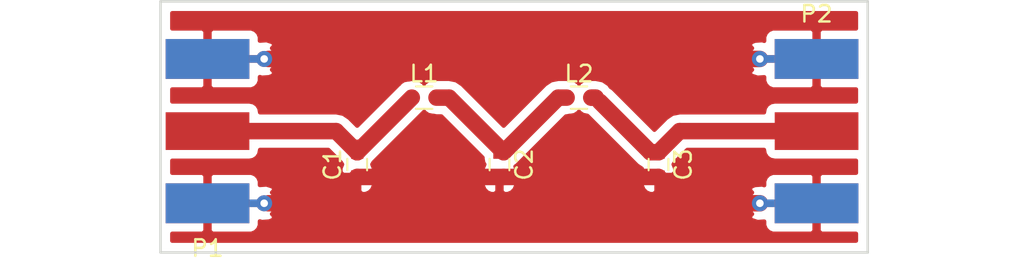
<source format=kicad_pcb>
(kicad_pcb (version 4) (host pcbnew 4.0.5)

  (general
    (links 28)
    (no_connects 9)
    (area 152.070999 104.064999 195.147001 119.455001)
    (thickness 1.6)
    (drawings 4)
    (tracks 22)
    (zones 0)
    (modules 7)
    (nets 5)
  )

  (page A4)
  (layers
    (0 F.Cu signal)
    (31 B.Cu signal)
    (32 B.Adhes user)
    (33 F.Adhes user)
    (34 B.Paste user)
    (35 F.Paste user)
    (36 B.SilkS user)
    (37 F.SilkS user)
    (38 B.Mask user)
    (39 F.Mask user)
    (40 Dwgs.User user)
    (41 Cmts.User user)
    (42 Eco1.User user)
    (43 Eco2.User user)
    (44 Edge.Cuts user)
    (45 Margin user)
    (46 B.CrtYd user)
    (47 F.CrtYd user)
    (48 B.Fab user)
    (49 F.Fab user)
  )

  (setup
    (last_trace_width 0.25)
    (user_trace_width 1)
    (trace_clearance 0.2)
    (zone_clearance 0.508)
    (zone_45_only no)
    (trace_min 0.2)
    (segment_width 0.2)
    (edge_width 0.15)
    (via_size 0.6)
    (via_drill 0.4)
    (via_min_size 0.4)
    (via_min_drill 0.3)
    (uvia_size 0.3)
    (uvia_drill 0.1)
    (uvias_allowed no)
    (uvia_min_size 0.2)
    (uvia_min_drill 0.1)
    (pcb_text_width 0.3)
    (pcb_text_size 1.5 1.5)
    (mod_edge_width 0.15)
    (mod_text_size 1 1)
    (mod_text_width 0.15)
    (pad_size 1.524 1.524)
    (pad_drill 0.762)
    (pad_to_mask_clearance 0.2)
    (aux_axis_origin 0 0)
    (visible_elements 7FFFF7FF)
    (pcbplotparams
      (layerselection 0x00030_80000001)
      (usegerberextensions false)
      (excludeedgelayer true)
      (linewidth 0.100000)
      (plotframeref false)
      (viasonmask false)
      (mode 1)
      (useauxorigin false)
      (hpglpennumber 1)
      (hpglpenspeed 20)
      (hpglpendiameter 15)
      (hpglpenoverlay 2)
      (psnegative false)
      (psa4output false)
      (plotreference true)
      (plotvalue true)
      (plotinvisibletext false)
      (padsonsilk false)
      (subtractmaskfromsilk false)
      (outputformat 1)
      (mirror false)
      (drillshape 1)
      (scaleselection 1)
      (outputdirectory ""))
  )

  (net 0 "")
  (net 1 GND)
  (net 2 "Net-(C1-Pad2)")
  (net 3 "Net-(C2-Pad1)")
  (net 4 "Net-(C3-Pad1)")

  (net_class Default "This is the default net class."
    (clearance 0.2)
    (trace_width 0.25)
    (via_dia 0.6)
    (via_drill 0.4)
    (uvia_dia 0.3)
    (uvia_drill 0.1)
    (add_net GND)
    (add_net "Net-(C1-Pad2)")
    (add_net "Net-(C2-Pad1)")
    (add_net "Net-(C3-Pad1)")
  )

  (module Capacitors_SMD:C_0603 (layer F.Cu) (tedit 58AA844E) (tstamp 58C33597)
    (at 164.084 114.046 90)
    (descr "Capacitor SMD 0603, reflow soldering, AVX (see smccp.pdf)")
    (tags "capacitor 0603")
    (path /58C2D76A)
    (attr smd)
    (fp_text reference C1 (at 0 -1.5 90) (layer F.SilkS)
      (effects (font (size 1 1) (thickness 0.15)))
    )
    (fp_text value 65.57pF (at 0 1.5 90) (layer F.Fab)
      (effects (font (size 1 1) (thickness 0.15)))
    )
    (fp_text user %R (at 0 -1.5 90) (layer F.Fab)
      (effects (font (size 1 1) (thickness 0.15)))
    )
    (fp_line (start -0.8 0.4) (end -0.8 -0.4) (layer F.Fab) (width 0.1))
    (fp_line (start 0.8 0.4) (end -0.8 0.4) (layer F.Fab) (width 0.1))
    (fp_line (start 0.8 -0.4) (end 0.8 0.4) (layer F.Fab) (width 0.1))
    (fp_line (start -0.8 -0.4) (end 0.8 -0.4) (layer F.Fab) (width 0.1))
    (fp_line (start -0.35 -0.6) (end 0.35 -0.6) (layer F.SilkS) (width 0.12))
    (fp_line (start 0.35 0.6) (end -0.35 0.6) (layer F.SilkS) (width 0.12))
    (fp_line (start -1.4 -0.65) (end 1.4 -0.65) (layer F.CrtYd) (width 0.05))
    (fp_line (start -1.4 -0.65) (end -1.4 0.65) (layer F.CrtYd) (width 0.05))
    (fp_line (start 1.4 0.65) (end 1.4 -0.65) (layer F.CrtYd) (width 0.05))
    (fp_line (start 1.4 0.65) (end -1.4 0.65) (layer F.CrtYd) (width 0.05))
    (pad 1 smd rect (at -0.75 0 90) (size 0.8 0.75) (layers F.Cu F.Paste F.Mask)
      (net 1 GND))
    (pad 2 smd rect (at 0.75 0 90) (size 0.8 0.75) (layers F.Cu F.Paste F.Mask)
      (net 2 "Net-(C1-Pad2)"))
    (model Capacitors_SMD.3dshapes/C_0603.wrl
      (at (xyz 0 0 0))
      (scale (xyz 1 1 1))
      (rotate (xyz 0 0 0))
    )
  )

  (module Capacitors_SMD:C_0603 (layer F.Cu) (tedit 58AA844E) (tstamp 58C335A8)
    (at 172.72 114.046 270)
    (descr "Capacitor SMD 0603, reflow soldering, AVX (see smccp.pdf)")
    (tags "capacitor 0603")
    (path /58C2D8EA)
    (attr smd)
    (fp_text reference C2 (at 0 -1.5 270) (layer F.SilkS)
      (effects (font (size 1 1) (thickness 0.15)))
    )
    (fp_text value 212.21pF (at 0 1.5 270) (layer F.Fab)
      (effects (font (size 1 1) (thickness 0.15)))
    )
    (fp_text user %R (at 0 -1.5 270) (layer F.Fab)
      (effects (font (size 1 1) (thickness 0.15)))
    )
    (fp_line (start -0.8 0.4) (end -0.8 -0.4) (layer F.Fab) (width 0.1))
    (fp_line (start 0.8 0.4) (end -0.8 0.4) (layer F.Fab) (width 0.1))
    (fp_line (start 0.8 -0.4) (end 0.8 0.4) (layer F.Fab) (width 0.1))
    (fp_line (start -0.8 -0.4) (end 0.8 -0.4) (layer F.Fab) (width 0.1))
    (fp_line (start -0.35 -0.6) (end 0.35 -0.6) (layer F.SilkS) (width 0.12))
    (fp_line (start 0.35 0.6) (end -0.35 0.6) (layer F.SilkS) (width 0.12))
    (fp_line (start -1.4 -0.65) (end 1.4 -0.65) (layer F.CrtYd) (width 0.05))
    (fp_line (start -1.4 -0.65) (end -1.4 0.65) (layer F.CrtYd) (width 0.05))
    (fp_line (start 1.4 0.65) (end 1.4 -0.65) (layer F.CrtYd) (width 0.05))
    (fp_line (start 1.4 0.65) (end -1.4 0.65) (layer F.CrtYd) (width 0.05))
    (pad 1 smd rect (at -0.75 0 270) (size 0.8 0.75) (layers F.Cu F.Paste F.Mask)
      (net 3 "Net-(C2-Pad1)"))
    (pad 2 smd rect (at 0.75 0 270) (size 0.8 0.75) (layers F.Cu F.Paste F.Mask)
      (net 1 GND))
    (model Capacitors_SMD.3dshapes/C_0603.wrl
      (at (xyz 0 0 0))
      (scale (xyz 1 1 1))
      (rotate (xyz 0 0 0))
    )
  )

  (module Capacitors_SMD:C_0603 (layer F.Cu) (tedit 58AA844E) (tstamp 58C335B9)
    (at 182.372 114.046 270)
    (descr "Capacitor SMD 0603, reflow soldering, AVX (see smccp.pdf)")
    (tags "capacitor 0603")
    (path /58C2D93F)
    (attr smd)
    (fp_text reference C3 (at 0 -1.5 270) (layer F.SilkS)
      (effects (font (size 1 1) (thickness 0.15)))
    )
    (fp_text value 65.57pF (at 0 1.5 270) (layer F.Fab)
      (effects (font (size 1 1) (thickness 0.15)))
    )
    (fp_text user %R (at 0 -1.5 270) (layer F.Fab)
      (effects (font (size 1 1) (thickness 0.15)))
    )
    (fp_line (start -0.8 0.4) (end -0.8 -0.4) (layer F.Fab) (width 0.1))
    (fp_line (start 0.8 0.4) (end -0.8 0.4) (layer F.Fab) (width 0.1))
    (fp_line (start 0.8 -0.4) (end 0.8 0.4) (layer F.Fab) (width 0.1))
    (fp_line (start -0.8 -0.4) (end 0.8 -0.4) (layer F.Fab) (width 0.1))
    (fp_line (start -0.35 -0.6) (end 0.35 -0.6) (layer F.SilkS) (width 0.12))
    (fp_line (start 0.35 0.6) (end -0.35 0.6) (layer F.SilkS) (width 0.12))
    (fp_line (start -1.4 -0.65) (end 1.4 -0.65) (layer F.CrtYd) (width 0.05))
    (fp_line (start -1.4 -0.65) (end -1.4 0.65) (layer F.CrtYd) (width 0.05))
    (fp_line (start 1.4 0.65) (end 1.4 -0.65) (layer F.CrtYd) (width 0.05))
    (fp_line (start 1.4 0.65) (end -1.4 0.65) (layer F.CrtYd) (width 0.05))
    (pad 1 smd rect (at -0.75 0 270) (size 0.8 0.75) (layers F.Cu F.Paste F.Mask)
      (net 4 "Net-(C3-Pad1)"))
    (pad 2 smd rect (at 0.75 0 270) (size 0.8 0.75) (layers F.Cu F.Paste F.Mask)
      (net 1 GND))
    (model Capacitors_SMD.3dshapes/C_0603.wrl
      (at (xyz 0 0 0))
      (scale (xyz 1 1 1))
      (rotate (xyz 0 0 0))
    )
  )

  (module Resistors_SMD:R_0603 (layer F.Cu) (tedit 58AAD9CA) (tstamp 58C335CA)
    (at 168.148 109.982)
    (descr "Resistor SMD 0603, reflow soldering, Vishay (see dcrcw.pdf)")
    (tags "resistor 0603")
    (path /58C2D886)
    (attr smd)
    (fp_text reference L1 (at 0 -1.45) (layer F.SilkS)
      (effects (font (size 1 1) (thickness 0.15)))
    )
    (fp_text value "0.429 uH" (at 0 1.5) (layer F.Fab)
      (effects (font (size 1 1) (thickness 0.15)))
    )
    (fp_text user %R (at 0 -1.45) (layer F.Fab)
      (effects (font (size 1 1) (thickness 0.15)))
    )
    (fp_line (start -0.8 0.4) (end -0.8 -0.4) (layer F.Fab) (width 0.1))
    (fp_line (start 0.8 0.4) (end -0.8 0.4) (layer F.Fab) (width 0.1))
    (fp_line (start 0.8 -0.4) (end 0.8 0.4) (layer F.Fab) (width 0.1))
    (fp_line (start -0.8 -0.4) (end 0.8 -0.4) (layer F.Fab) (width 0.1))
    (fp_line (start 0.5 0.68) (end -0.5 0.68) (layer F.SilkS) (width 0.12))
    (fp_line (start -0.5 -0.68) (end 0.5 -0.68) (layer F.SilkS) (width 0.12))
    (fp_line (start -1.25 -0.7) (end 1.25 -0.7) (layer F.CrtYd) (width 0.05))
    (fp_line (start -1.25 -0.7) (end -1.25 0.7) (layer F.CrtYd) (width 0.05))
    (fp_line (start 1.25 0.7) (end 1.25 -0.7) (layer F.CrtYd) (width 0.05))
    (fp_line (start 1.25 0.7) (end -1.25 0.7) (layer F.CrtYd) (width 0.05))
    (pad 1 smd rect (at -0.75 0) (size 0.5 0.9) (layers F.Cu F.Paste F.Mask)
      (net 2 "Net-(C1-Pad2)"))
    (pad 2 smd rect (at 0.75 0) (size 0.5 0.9) (layers F.Cu F.Paste F.Mask)
      (net 3 "Net-(C2-Pad1)"))
    (model Resistors_SMD.3dshapes/R_0603.wrl
      (at (xyz 0 0 0))
      (scale (xyz 1 1 1))
      (rotate (xyz 0 0 0))
    )
  )

  (module Resistors_SMD:R_0603 (layer F.Cu) (tedit 58AAD9CA) (tstamp 58C335DB)
    (at 177.546 109.982)
    (descr "Resistor SMD 0603, reflow soldering, Vishay (see dcrcw.pdf)")
    (tags "resistor 0603")
    (path /58C2D90E)
    (attr smd)
    (fp_text reference L2 (at 0 -1.45) (layer F.SilkS)
      (effects (font (size 1 1) (thickness 0.15)))
    )
    (fp_text value "0.429 uH" (at 0 1.5) (layer F.Fab)
      (effects (font (size 1 1) (thickness 0.15)))
    )
    (fp_text user %R (at 0 -1.45) (layer F.Fab)
      (effects (font (size 1 1) (thickness 0.15)))
    )
    (fp_line (start -0.8 0.4) (end -0.8 -0.4) (layer F.Fab) (width 0.1))
    (fp_line (start 0.8 0.4) (end -0.8 0.4) (layer F.Fab) (width 0.1))
    (fp_line (start 0.8 -0.4) (end 0.8 0.4) (layer F.Fab) (width 0.1))
    (fp_line (start -0.8 -0.4) (end 0.8 -0.4) (layer F.Fab) (width 0.1))
    (fp_line (start 0.5 0.68) (end -0.5 0.68) (layer F.SilkS) (width 0.12))
    (fp_line (start -0.5 -0.68) (end 0.5 -0.68) (layer F.SilkS) (width 0.12))
    (fp_line (start -1.25 -0.7) (end 1.25 -0.7) (layer F.CrtYd) (width 0.05))
    (fp_line (start -1.25 -0.7) (end -1.25 0.7) (layer F.CrtYd) (width 0.05))
    (fp_line (start 1.25 0.7) (end 1.25 -0.7) (layer F.CrtYd) (width 0.05))
    (fp_line (start 1.25 0.7) (end -1.25 0.7) (layer F.CrtYd) (width 0.05))
    (pad 1 smd rect (at -0.75 0) (size 0.5 0.9) (layers F.Cu F.Paste F.Mask)
      (net 3 "Net-(C2-Pad1)"))
    (pad 2 smd rect (at 0.75 0) (size 0.5 0.9) (layers F.Cu F.Paste F.Mask)
      (net 4 "Net-(C3-Pad1)"))
    (model Resistors_SMD.3dshapes/R_0603.wrl
      (at (xyz 0 0 0))
      (scale (xyz 1 1 1))
      (rotate (xyz 0 0 0))
    )
  )

  (module Connectors_Molex:Molex_SMA_Jack_Edge_Mount (layer F.Cu) (tedit 587D2992) (tstamp 58C33600)
    (at 156.718 112.014)
    (descr "Molex SMA Jack, Edge Mount, http://www.molex.com/pdm_docs/sd/732511150_sd.pdf")
    (tags "sma edge")
    (path /58C80B25)
    (attr smd)
    (fp_text reference P1 (at -1.72 7.11) (layer F.SilkS)
      (effects (font (size 1 1) (thickness 0.15)))
    )
    (fp_text value BNC (at -1.72 -7.11) (layer F.Fab)
      (effects (font (size 1 1) (thickness 0.15)))
    )
    (fp_line (start -4.76 -0.38) (end 0.49 -0.38) (layer F.Fab) (width 0.1))
    (fp_line (start -4.76 0.38) (end 0.49 0.38) (layer F.Fab) (width 0.1))
    (fp_line (start 0.49 -0.38) (end 0.49 0.38) (layer F.Fab) (width 0.1))
    (fp_line (start 0.49 3.75) (end 0.49 4.76) (layer F.Fab) (width 0.1))
    (fp_line (start 0.49 -4.76) (end 0.49 -3.75) (layer F.Fab) (width 0.1))
    (fp_line (start -14.29 -6.09) (end -14.29 6.09) (layer F.CrtYd) (width 0.05))
    (fp_line (start -14.29 6.09) (end 2.71 6.09) (layer F.CrtYd) (width 0.05))
    (fp_line (start 2.71 -6.09) (end 2.71 6.09) (layer B.CrtYd) (width 0.05))
    (fp_line (start -14.29 -6.09) (end 2.71 -6.09) (layer B.CrtYd) (width 0.05))
    (fp_line (start -14.29 -6.09) (end -14.29 6.09) (layer B.CrtYd) (width 0.05))
    (fp_line (start -14.29 6.09) (end 2.71 6.09) (layer B.CrtYd) (width 0.05))
    (fp_line (start 2.71 -6.09) (end 2.71 6.09) (layer F.CrtYd) (width 0.05))
    (fp_line (start 2.71 -6.09) (end -14.29 -6.09) (layer F.CrtYd) (width 0.05))
    (fp_line (start -4.76 -3.75) (end 0.49 -3.75) (layer F.Fab) (width 0.1))
    (fp_line (start -4.76 3.75) (end 0.49 3.75) (layer F.Fab) (width 0.1))
    (fp_line (start -13.79 -2.65) (end -5.91 -2.65) (layer F.Fab) (width 0.1))
    (fp_line (start -13.79 -2.65) (end -13.79 2.65) (layer F.Fab) (width 0.1))
    (fp_line (start -13.79 2.65) (end -5.91 2.65) (layer F.Fab) (width 0.1))
    (fp_line (start -4.76 -3.75) (end -4.76 3.75) (layer F.Fab) (width 0.1))
    (fp_line (start 0.49 -4.76) (end -5.91 -4.76) (layer F.Fab) (width 0.1))
    (fp_line (start -5.91 -4.76) (end -5.91 4.76) (layer F.Fab) (width 0.1))
    (fp_line (start -5.91 4.76) (end 0.49 4.76) (layer F.Fab) (width 0.1))
    (pad 1 smd rect (at -1.72 0) (size 5.08 2.29) (layers F.Cu F.Paste F.Mask)
      (net 2 "Net-(C1-Pad2)"))
    (pad 2 smd rect (at -1.72 -4.38) (size 5.08 2.42) (layers F.Cu F.Paste F.Mask)
      (net 1 GND))
    (pad 2 smd rect (at -1.72 4.38) (size 5.08 2.42) (layers F.Cu F.Paste F.Mask)
      (net 1 GND))
    (pad 2 smd rect (at -1.72 -4.38) (size 5.08 2.42) (layers B.Cu B.Paste B.Mask)
      (net 1 GND))
    (pad 2 smd rect (at -1.72 4.38) (size 5.08 2.42) (layers B.Cu B.Paste B.Mask)
      (net 1 GND))
    (pad 2 thru_hole circle (at 1.72 -4.38) (size 0.97 0.97) (drill 0.46) (layers *.Cu)
      (net 1 GND))
    (pad 2 thru_hole circle (at 1.72 4.38) (size 0.97 0.97) (drill 0.46) (layers *.Cu)
      (net 1 GND))
    (pad 2 smd rect (at 1.27 -4.38) (size 0.89 0.46) (layers F.Cu)
      (net 1 GND))
    (pad 2 smd rect (at 1.27 4.38) (size 0.89 0.46) (layers F.Cu)
      (net 1 GND))
    (pad 2 smd rect (at 1.27 -4.38) (size 0.89 0.46) (layers B.Cu)
      (net 1 GND))
    (pad 2 smd rect (at 1.27 4.38) (size 0.89 0.46) (layers B.Cu)
      (net 1 GND))
  )

  (module Connectors_Molex:Molex_SMA_Jack_Edge_Mount (layer F.Cu) (tedit 587D2992) (tstamp 58C33625)
    (at 190.246 112.014 180)
    (descr "Molex SMA Jack, Edge Mount, http://www.molex.com/pdm_docs/sd/732511150_sd.pdf")
    (tags "sma edge")
    (path /58C80910)
    (attr smd)
    (fp_text reference P2 (at -1.72 7.11 180) (layer F.SilkS)
      (effects (font (size 1 1) (thickness 0.15)))
    )
    (fp_text value BNC (at -1.72 -7.11 180) (layer F.Fab)
      (effects (font (size 1 1) (thickness 0.15)))
    )
    (fp_line (start -4.76 -0.38) (end 0.49 -0.38) (layer F.Fab) (width 0.1))
    (fp_line (start -4.76 0.38) (end 0.49 0.38) (layer F.Fab) (width 0.1))
    (fp_line (start 0.49 -0.38) (end 0.49 0.38) (layer F.Fab) (width 0.1))
    (fp_line (start 0.49 3.75) (end 0.49 4.76) (layer F.Fab) (width 0.1))
    (fp_line (start 0.49 -4.76) (end 0.49 -3.75) (layer F.Fab) (width 0.1))
    (fp_line (start -14.29 -6.09) (end -14.29 6.09) (layer F.CrtYd) (width 0.05))
    (fp_line (start -14.29 6.09) (end 2.71 6.09) (layer F.CrtYd) (width 0.05))
    (fp_line (start 2.71 -6.09) (end 2.71 6.09) (layer B.CrtYd) (width 0.05))
    (fp_line (start -14.29 -6.09) (end 2.71 -6.09) (layer B.CrtYd) (width 0.05))
    (fp_line (start -14.29 -6.09) (end -14.29 6.09) (layer B.CrtYd) (width 0.05))
    (fp_line (start -14.29 6.09) (end 2.71 6.09) (layer B.CrtYd) (width 0.05))
    (fp_line (start 2.71 -6.09) (end 2.71 6.09) (layer F.CrtYd) (width 0.05))
    (fp_line (start 2.71 -6.09) (end -14.29 -6.09) (layer F.CrtYd) (width 0.05))
    (fp_line (start -4.76 -3.75) (end 0.49 -3.75) (layer F.Fab) (width 0.1))
    (fp_line (start -4.76 3.75) (end 0.49 3.75) (layer F.Fab) (width 0.1))
    (fp_line (start -13.79 -2.65) (end -5.91 -2.65) (layer F.Fab) (width 0.1))
    (fp_line (start -13.79 -2.65) (end -13.79 2.65) (layer F.Fab) (width 0.1))
    (fp_line (start -13.79 2.65) (end -5.91 2.65) (layer F.Fab) (width 0.1))
    (fp_line (start -4.76 -3.75) (end -4.76 3.75) (layer F.Fab) (width 0.1))
    (fp_line (start 0.49 -4.76) (end -5.91 -4.76) (layer F.Fab) (width 0.1))
    (fp_line (start -5.91 -4.76) (end -5.91 4.76) (layer F.Fab) (width 0.1))
    (fp_line (start -5.91 4.76) (end 0.49 4.76) (layer F.Fab) (width 0.1))
    (pad 1 smd rect (at -1.72 0 180) (size 5.08 2.29) (layers F.Cu F.Paste F.Mask)
      (net 4 "Net-(C3-Pad1)"))
    (pad 2 smd rect (at -1.72 -4.38 180) (size 5.08 2.42) (layers F.Cu F.Paste F.Mask)
      (net 1 GND))
    (pad 2 smd rect (at -1.72 4.38 180) (size 5.08 2.42) (layers F.Cu F.Paste F.Mask)
      (net 1 GND))
    (pad 2 smd rect (at -1.72 -4.38 180) (size 5.08 2.42) (layers B.Cu B.Paste B.Mask)
      (net 1 GND))
    (pad 2 smd rect (at -1.72 4.38 180) (size 5.08 2.42) (layers B.Cu B.Paste B.Mask)
      (net 1 GND))
    (pad 2 thru_hole circle (at 1.72 -4.38 180) (size 0.97 0.97) (drill 0.46) (layers *.Cu)
      (net 1 GND))
    (pad 2 thru_hole circle (at 1.72 4.38 180) (size 0.97 0.97) (drill 0.46) (layers *.Cu)
      (net 1 GND))
    (pad 2 smd rect (at 1.27 -4.38 180) (size 0.89 0.46) (layers F.Cu)
      (net 1 GND))
    (pad 2 smd rect (at 1.27 4.38 180) (size 0.89 0.46) (layers F.Cu)
      (net 1 GND))
    (pad 2 smd rect (at 1.27 -4.38 180) (size 0.89 0.46) (layers B.Cu)
      (net 1 GND))
    (pad 2 smd rect (at 1.27 4.38 180) (size 0.89 0.46) (layers B.Cu)
      (net 1 GND))
  )

  (gr_line (start 152.146 104.14) (end 195.072 104.14) (layer Edge.Cuts) (width 0.15))
  (gr_line (start 195.072 119.38) (end 195.072 104.14) (layer Edge.Cuts) (width 0.15))
  (gr_line (start 152.146 119.38) (end 195.072 119.38) (layer Edge.Cuts) (width 0.15))
  (gr_line (start 152.146 104.14) (end 152.146 119.38) (layer Edge.Cuts) (width 0.15))

  (segment (start 158.692 107.634) (end 188.526 107.634) (width 1) (layer F.Cu) (net 1))
  (segment (start 188.526 116.394) (end 183.97 116.394) (width 1) (layer F.Cu) (net 1))
  (segment (start 183.97 116.394) (end 182.372 114.796) (width 1) (layer F.Cu) (net 1) (tstamp 58C80755))
  (segment (start 172.974 114.796) (end 182.372 114.796) (width 1) (layer F.Cu) (net 1))
  (segment (start 164.084 114.796) (end 172.974 114.796) (width 1) (layer F.Cu) (net 1))
  (segment (start 158.692 116.394) (end 162.486 116.394) (width 1) (layer F.Cu) (net 1))
  (segment (start 162.486 116.394) (end 164.084 114.796) (width 1) (layer F.Cu) (net 1) (tstamp 58C80748))
  (segment (start 167.398 109.982) (end 164.084 113.296) (width 1) (layer F.Cu) (net 2))
  (segment (start 164.084 113.296) (end 164.084 113.03) (width 1) (layer F.Cu) (net 2))
  (segment (start 164.084 113.296) (end 164.084 113.284) (width 1) (layer F.Cu) (net 2))
  (segment (start 154.998 112.014) (end 162.802 112.014) (width 1) (layer F.Cu) (net 2))
  (segment (start 162.802 112.014) (end 164.084 113.296) (width 1) (layer F.Cu) (net 2) (tstamp 58C807C4))
  (segment (start 168.898 109.982) (end 169.66 109.982) (width 1) (layer F.Cu) (net 3))
  (segment (start 169.66 109.982) (end 172.974 113.296) (width 1) (layer F.Cu) (net 3) (tstamp 58C80764))
  (segment (start 176.796 109.982) (end 176.288 109.982) (width 1) (layer F.Cu) (net 3))
  (segment (start 176.288 109.982) (end 172.974 113.296) (width 1) (layer F.Cu) (net 3) (tstamp 58C80761))
  (segment (start 178.296 109.982) (end 178.562 109.982) (width 1) (layer F.Cu) (net 4))
  (segment (start 178.562 109.982) (end 178.296 109.982) (width 1) (layer F.Cu) (net 4) (tstamp 58C8075E))
  (segment (start 182.372 113.296) (end 181.876 113.296) (width 1) (layer F.Cu) (net 4))
  (segment (start 181.876 113.296) (end 178.816 110.236) (width 1) (layer F.Cu) (net 4) (tstamp 58C8075B))
  (segment (start 191.966 112.014) (end 183.654 112.014) (width 1) (layer F.Cu) (net 4))
  (segment (start 183.654 112.014) (end 182.372 113.296) (width 1) (layer F.Cu) (net 4) (tstamp 58C80758))

  (zone (net 1) (net_name GND) (layer F.Cu) (tstamp 0) (hatch edge 0.508)
    (connect_pads (clearance 0.508))
    (min_thickness 0.254)
    (fill yes (arc_segments 16) (thermal_gap 0.508) (thermal_bridge_width 0.508))
    (polygon
      (pts
        (xy 152.146 104.14) (xy 195.072 104.14) (xy 195.072 119.38) (xy 152.146 119.38)
      )
    )
    (filled_polygon
      (pts
        (xy 177.58191 110.883441) (xy 177.79411 111.028431) (xy 178.046 111.07944) (xy 178.054308 111.07944) (xy 181.073434 114.098567)
        (xy 181.362 114.29138) (xy 181.362 114.51025) (xy 181.52075 114.669) (xy 182.245 114.669) (xy 182.245 114.649)
        (xy 182.499 114.649) (xy 182.499 114.669) (xy 183.22325 114.669) (xy 183.382 114.51025) (xy 183.382 114.269691)
        (xy 183.285327 114.036302) (xy 183.283957 114.034932) (xy 183.343431 113.94789) (xy 183.34805 113.925082) (xy 184.124132 113.149)
        (xy 188.77856 113.149) (xy 188.77856 113.159) (xy 188.822838 113.394317) (xy 188.96191 113.610441) (xy 189.17411 113.755431)
        (xy 189.426 113.80644) (xy 194.362 113.80644) (xy 194.362 114.549) (xy 192.25175 114.549) (xy 192.093 114.70775)
        (xy 192.093 116.267) (xy 192.113 116.267) (xy 192.113 116.521) (xy 192.093 116.521) (xy 192.093 118.08025)
        (xy 192.25175 118.239) (xy 194.362 118.239) (xy 194.362 118.67) (xy 152.856 118.67) (xy 152.856 118.239)
        (xy 154.71225 118.239) (xy 154.871 118.08025) (xy 154.871 116.521) (xy 154.851 116.521) (xy 154.851 116.267)
        (xy 154.871 116.267) (xy 154.871 114.70775) (xy 155.125 114.70775) (xy 155.125 116.267) (xy 155.145 116.267)
        (xy 155.145 116.521) (xy 155.125 116.521) (xy 155.125 118.08025) (xy 155.28375 118.239) (xy 157.664309 118.239)
        (xy 157.897698 118.142327) (xy 158.076327 117.963699) (xy 158.173 117.73031) (xy 158.173 117.486129) (xy 158.296564 117.527149)
        (xy 158.740968 117.495018) (xy 159.002308 117.386768) (xy 159.037595 117.1732) (xy 158.90971 117.045315) (xy 158.971327 116.983699)
        (xy 159.040443 116.816838) (xy 159.2172 116.993595) (xy 159.430768 116.958308) (xy 159.571149 116.535436) (xy 159.550697 116.252564)
        (xy 187.392851 116.252564) (xy 187.424982 116.696968) (xy 187.533232 116.958308) (xy 187.7468 116.993595) (xy 187.923557 116.816838)
        (xy 187.992673 116.983699) (xy 188.05429 117.045315) (xy 187.926405 117.1732) (xy 187.961692 117.386768) (xy 188.384564 117.527149)
        (xy 188.791 117.497763) (xy 188.791 117.73031) (xy 188.887673 117.963699) (xy 189.066302 118.142327) (xy 189.299691 118.239)
        (xy 191.68025 118.239) (xy 191.839 118.08025) (xy 191.839 116.521) (xy 191.819 116.521) (xy 191.819 116.267)
        (xy 191.839 116.267) (xy 191.839 114.70775) (xy 191.68025 114.549) (xy 189.299691 114.549) (xy 189.066302 114.645673)
        (xy 188.887673 114.824301) (xy 188.791 115.05769) (xy 188.791 115.301871) (xy 188.667436 115.260851) (xy 188.223032 115.292982)
        (xy 187.961692 115.401232) (xy 187.926405 115.6148) (xy 188.05429 115.742685) (xy 187.992673 115.804301) (xy 187.923557 115.971162)
        (xy 187.7468 115.794405) (xy 187.533232 115.829692) (xy 187.392851 116.252564) (xy 159.550697 116.252564) (xy 159.539018 116.091032)
        (xy 159.430768 115.829692) (xy 159.2172 115.794405) (xy 159.040443 115.971162) (xy 158.971327 115.804301) (xy 158.90971 115.742685)
        (xy 159.037595 115.6148) (xy 159.002308 115.401232) (xy 158.579436 115.260851) (xy 158.173 115.290237) (xy 158.173 115.08175)
        (xy 163.074 115.08175) (xy 163.074 115.322309) (xy 163.170673 115.555698) (xy 163.349301 115.734327) (xy 163.58269 115.831)
        (xy 163.79825 115.831) (xy 163.957 115.67225) (xy 163.957 114.923) (xy 164.211 114.923) (xy 164.211 115.67225)
        (xy 164.36975 115.831) (xy 164.58531 115.831) (xy 164.818699 115.734327) (xy 164.997327 115.555698) (xy 165.094 115.322309)
        (xy 165.094 115.08175) (xy 171.71 115.08175) (xy 171.71 115.322309) (xy 171.806673 115.555698) (xy 171.985301 115.734327)
        (xy 172.21869 115.831) (xy 172.43425 115.831) (xy 172.593 115.67225) (xy 172.593 114.923) (xy 172.847 114.923)
        (xy 172.847 115.67225) (xy 173.00575 115.831) (xy 173.22131 115.831) (xy 173.454699 115.734327) (xy 173.633327 115.555698)
        (xy 173.73 115.322309) (xy 173.73 115.08175) (xy 181.362 115.08175) (xy 181.362 115.322309) (xy 181.458673 115.555698)
        (xy 181.637301 115.734327) (xy 181.87069 115.831) (xy 182.08625 115.831) (xy 182.245 115.67225) (xy 182.245 114.923)
        (xy 182.499 114.923) (xy 182.499 115.67225) (xy 182.65775 115.831) (xy 182.87331 115.831) (xy 183.106699 115.734327)
        (xy 183.285327 115.555698) (xy 183.382 115.322309) (xy 183.382 115.08175) (xy 183.22325 114.923) (xy 182.499 114.923)
        (xy 182.245 114.923) (xy 181.52075 114.923) (xy 181.362 115.08175) (xy 173.73 115.08175) (xy 173.57125 114.923)
        (xy 172.847 114.923) (xy 172.593 114.923) (xy 171.86875 114.923) (xy 171.71 115.08175) (xy 165.094 115.08175)
        (xy 164.93525 114.923) (xy 164.211 114.923) (xy 163.957 114.923) (xy 163.23275 114.923) (xy 163.074 115.08175)
        (xy 158.173 115.08175) (xy 158.173 115.05769) (xy 158.076327 114.824301) (xy 157.897698 114.645673) (xy 157.664309 114.549)
        (xy 155.28375 114.549) (xy 155.125 114.70775) (xy 154.871 114.70775) (xy 154.71225 114.549) (xy 152.856 114.549)
        (xy 152.856 113.80644) (xy 157.538 113.80644) (xy 157.773317 113.762162) (xy 157.989441 113.62309) (xy 158.134431 113.41089)
        (xy 158.18544 113.159) (xy 158.18544 113.149) (xy 162.331868 113.149) (xy 163.103903 113.921035) (xy 163.105838 113.931317)
        (xy 163.172329 114.034646) (xy 163.170673 114.036302) (xy 163.074 114.269691) (xy 163.074 114.51025) (xy 163.23275 114.669)
        (xy 163.957 114.669) (xy 163.957 114.649) (xy 164.211 114.649) (xy 164.211 114.669) (xy 164.93525 114.669)
        (xy 165.094 114.51025) (xy 165.094 114.269691) (xy 164.997327 114.036302) (xy 164.995957 114.034932) (xy 165.055431 113.94789)
        (xy 165.06005 113.925082) (xy 168.070273 110.914859) (xy 168.099441 110.89609) (xy 168.121874 110.863258) (xy 168.151718 110.833414)
        (xy 168.18391 110.883441) (xy 168.39611 111.028431) (xy 168.648 111.07944) (xy 168.709174 111.07944) (xy 168.898 111.117)
        (xy 169.189868 111.117) (xy 171.69756 113.624692) (xy 171.69756 113.696) (xy 171.741838 113.931317) (xy 171.808329 114.034646)
        (xy 171.806673 114.036302) (xy 171.71 114.269691) (xy 171.71 114.51025) (xy 171.86875 114.669) (xy 172.593 114.669)
        (xy 172.593 114.649) (xy 172.847 114.649) (xy 172.847 114.669) (xy 173.57125 114.669) (xy 173.73 114.51025)
        (xy 173.73 114.269691) (xy 173.684577 114.160031) (xy 173.776566 114.098566) (xy 176.758132 111.117) (xy 176.796 111.117)
        (xy 176.984826 111.07944) (xy 177.046 111.07944) (xy 177.281317 111.035162) (xy 177.497441 110.89609) (xy 177.545134 110.826289)
      )
    )
    (filled_polygon
      (pts
        (xy 194.362 105.789) (xy 192.25175 105.789) (xy 192.093 105.94775) (xy 192.093 107.507) (xy 192.113 107.507)
        (xy 192.113 107.761) (xy 192.093 107.761) (xy 192.093 109.32025) (xy 192.25175 109.479) (xy 194.362 109.479)
        (xy 194.362 110.22156) (xy 189.426 110.22156) (xy 189.190683 110.265838) (xy 188.974559 110.40491) (xy 188.829569 110.61711)
        (xy 188.77856 110.869) (xy 188.77856 110.879) (xy 183.654 110.879) (xy 183.219654 110.965397) (xy 182.851434 111.211434)
        (xy 182.124 111.938868) (xy 179.618566 109.433434) (xy 179.466305 109.331696) (xy 179.364566 109.179434) (xy 178.996346 108.933397)
        (xy 178.562 108.847) (xy 178.296 108.847) (xy 178.107174 108.88456) (xy 178.046 108.88456) (xy 177.810683 108.928838)
        (xy 177.594559 109.06791) (xy 177.546866 109.137711) (xy 177.51009 109.080559) (xy 177.29789 108.935569) (xy 177.046 108.88456)
        (xy 176.984826 108.88456) (xy 176.796 108.847) (xy 176.288 108.847) (xy 175.853654 108.933397) (xy 175.633411 109.080559)
        (xy 175.485434 109.179434) (xy 172.974 111.690868) (xy 170.462566 109.179434) (xy 170.314589 109.080559) (xy 170.094346 108.933397)
        (xy 169.66 108.847) (xy 168.898 108.847) (xy 168.709174 108.88456) (xy 168.648 108.88456) (xy 168.412683 108.928838)
        (xy 168.196559 109.06791) (xy 168.148866 109.137711) (xy 168.11209 109.080559) (xy 167.89989 108.935569) (xy 167.648 108.88456)
        (xy 167.586826 108.88456) (xy 167.398 108.847) (xy 167.209174 108.88456) (xy 167.148 108.88456) (xy 166.912683 108.928838)
        (xy 166.696559 109.06791) (xy 166.641296 109.14879) (xy 166.595434 109.179434) (xy 164.084 111.690868) (xy 163.604566 111.211434)
        (xy 163.236346 110.965397) (xy 162.802 110.879) (xy 158.18544 110.879) (xy 158.18544 110.869) (xy 158.141162 110.633683)
        (xy 158.00209 110.417559) (xy 157.78989 110.272569) (xy 157.538 110.22156) (xy 152.856 110.22156) (xy 152.856 109.479)
        (xy 154.71225 109.479) (xy 154.871 109.32025) (xy 154.871 107.761) (xy 154.851 107.761) (xy 154.851 107.507)
        (xy 154.871 107.507) (xy 154.871 105.94775) (xy 155.125 105.94775) (xy 155.125 107.507) (xy 155.145 107.507)
        (xy 155.145 107.761) (xy 155.125 107.761) (xy 155.125 109.32025) (xy 155.28375 109.479) (xy 157.664309 109.479)
        (xy 157.897698 109.382327) (xy 158.076327 109.203699) (xy 158.173 108.97031) (xy 158.173 108.726129) (xy 158.296564 108.767149)
        (xy 158.740968 108.735018) (xy 159.002308 108.626768) (xy 159.037595 108.4132) (xy 158.90971 108.285315) (xy 158.971327 108.223699)
        (xy 159.040443 108.056838) (xy 159.2172 108.233595) (xy 159.430768 108.198308) (xy 159.571149 107.775436) (xy 159.550697 107.492564)
        (xy 187.392851 107.492564) (xy 187.424982 107.936968) (xy 187.533232 108.198308) (xy 187.7468 108.233595) (xy 187.923557 108.056838)
        (xy 187.992673 108.223699) (xy 188.05429 108.285315) (xy 187.926405 108.4132) (xy 187.961692 108.626768) (xy 188.384564 108.767149)
        (xy 188.791 108.737763) (xy 188.791 108.97031) (xy 188.887673 109.203699) (xy 189.066302 109.382327) (xy 189.299691 109.479)
        (xy 191.68025 109.479) (xy 191.839 109.32025) (xy 191.839 107.761) (xy 191.819 107.761) (xy 191.819 107.507)
        (xy 191.839 107.507) (xy 191.839 105.94775) (xy 191.68025 105.789) (xy 189.299691 105.789) (xy 189.066302 105.885673)
        (xy 188.887673 106.064301) (xy 188.791 106.29769) (xy 188.791 106.541871) (xy 188.667436 106.500851) (xy 188.223032 106.532982)
        (xy 187.961692 106.641232) (xy 187.926405 106.8548) (xy 188.05429 106.982685) (xy 187.992673 107.044301) (xy 187.923557 107.211162)
        (xy 187.7468 107.034405) (xy 187.533232 107.069692) (xy 187.392851 107.492564) (xy 159.550697 107.492564) (xy 159.539018 107.331032)
        (xy 159.430768 107.069692) (xy 159.2172 107.034405) (xy 159.040443 107.211162) (xy 158.971327 107.044301) (xy 158.90971 106.982685)
        (xy 159.037595 106.8548) (xy 159.002308 106.641232) (xy 158.579436 106.500851) (xy 158.173 106.530237) (xy 158.173 106.29769)
        (xy 158.076327 106.064301) (xy 157.897698 105.885673) (xy 157.664309 105.789) (xy 155.28375 105.789) (xy 155.125 105.94775)
        (xy 154.871 105.94775) (xy 154.71225 105.789) (xy 152.856 105.789) (xy 152.856 104.85) (xy 194.362 104.85)
      )
    )
  )
)

</source>
